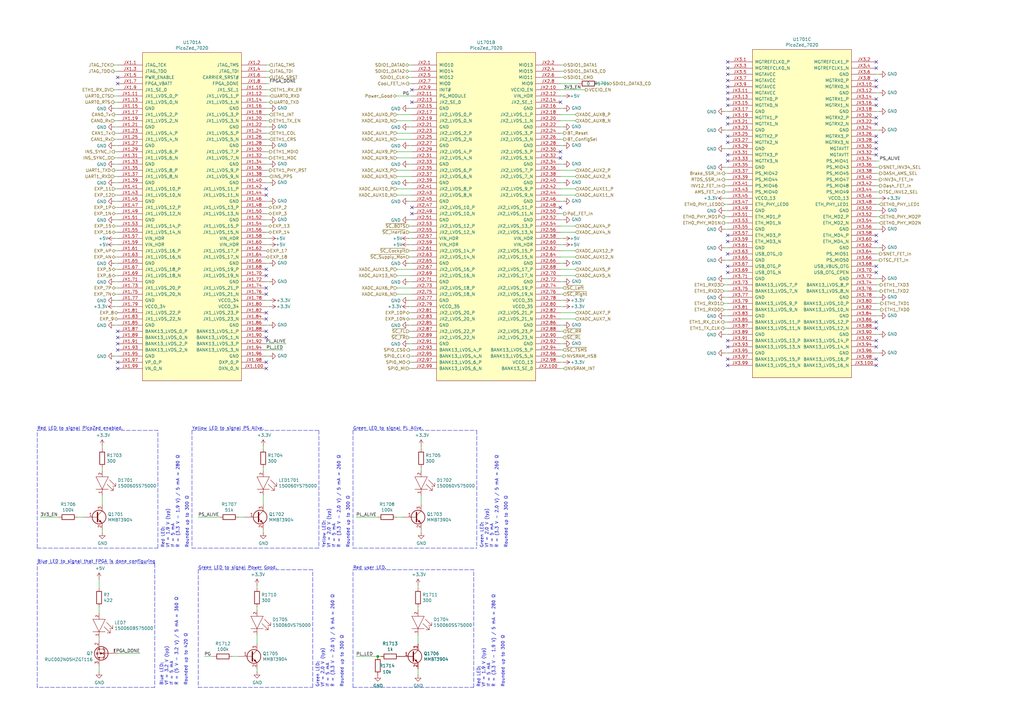
<source format=kicad_sch>
(kicad_sch (version 20231120) (generator "eeschema") (generator_version "8.0")
  (paper "A3")
  (title_block (title "Zynq-Based Master Controller") (date "2020-10-14") (rev "1.0") (company "JFH & SRM"))
  (junction (at 154.94 269.24))
  (no_connect (at 298.45 111.76))
  (no_connect (at 298.45 104.14))
  (no_connect (at 359.41 109.22))
  (no_connect (at 109.22 77.47))
  (no_connect (at 298.45 25.4))
  (no_connect (at 298.45 33.02))
  (no_connect (at 168.91 41.91))
  (no_connect (at 359.41 48.26))
  (no_connect (at 359.41 149.86))
  (no_connect (at 48.26 138.43))
  (no_connect (at 168.91 36.83))
  (no_connect (at 109.22 80.01))
  (no_connect (at 298.45 66.04))
  (no_connect (at 229.87 85.09))
  (no_connect (at 298.45 147.32))
  (no_connect (at 48.26 34.29))
  (no_connect (at 48.26 143.51))
  (no_connect (at 359.41 25.4))
  (no_connect (at 109.22 120.65))
  (no_connect (at 109.22 138.43))
  (no_connect (at 229.87 62.23))
  (no_connect (at 298.45 149.86))
  (no_connect (at 109.22 135.89))
  (no_connect (at 298.45 139.7))
  (no_connect (at 298.45 38.1))
  (no_connect (at 109.22 151.13))
  (no_connect (at 359.41 35.56))
  (no_connect (at 298.45 99.06))
  (no_connect (at 359.41 43.18))
  (no_connect (at 298.45 43.18))
  (no_connect (at 359.41 63.5))
  (no_connect (at 359.41 50.8))
  (no_connect (at 359.41 99.06))
  (no_connect (at 359.41 58.42))
  (no_connect (at 359.41 27.94))
  (no_connect (at 48.26 31.75))
  (no_connect (at 109.22 130.81))
  (no_connect (at 109.22 118.11))
  (no_connect (at 229.87 64.77))
  (no_connect (at 359.41 134.62))
  (no_connect (at 109.22 148.59))
  (no_connect (at 298.45 63.5))
  (no_connect (at 48.26 148.59))
  (no_connect (at 48.26 140.97))
  (no_connect (at 359.41 111.76))
  (no_connect (at 298.45 48.26))
  (no_connect (at 298.45 109.22))
  (no_connect (at 359.41 147.32))
  (no_connect (at 359.41 60.96))
  (no_connect (at 298.45 55.88))
  (no_connect (at 298.45 30.48))
  (no_connect (at 359.41 139.7))
  (no_connect (at 168.91 85.09))
  (no_connect (at 229.87 41.91))
  (no_connect (at 359.41 40.64))
  (no_connect (at 48.26 151.13))
  (no_connect (at 359.41 55.88))
  (no_connect (at 359.41 33.02))
  (no_connect (at 298.45 35.56))
  (no_connect (at 359.41 142.24))
  (no_connect (at 359.41 132.08))
  (no_connect (at 298.45 58.42))
  (no_connect (at 109.22 110.49))
  (no_connect (at 298.45 40.64))
  (no_connect (at 298.45 142.24))
  (no_connect (at 298.45 27.94))
  (no_connect (at 359.41 96.52))
  (no_connect (at 298.45 96.52))
  (no_connect (at 109.22 113.03))
  (no_connect (at 298.45 50.8))
  (no_connect (at 48.26 135.89))
  (no_connect (at 109.22 128.27))
  (no_connect (at 168.91 87.63))
  (wire (pts (xy 40.64 237.49) (xy 40.64 241.3)))
  (wire (pts (xy 229.87 92.71) (xy 235.966 92.71)))
  (wire (pts (xy 46.99 125.73) (xy 48.26 125.73)))
  (polyline (pts (xy 144.78 281.94) (xy 144.78 233.68)) (stroke (width 0) (type dash)))
  (wire (pts (xy 48.26 39.37) (xy 46.736 39.37)))
  (wire (pts (xy 105.41 241.3) (xy 105.41 240.03)))
  (wire (pts (xy 48.26 87.63) (xy 47.244 87.63)))
  (wire (pts (xy 167.64 44.45) (xy 168.91 44.45)))
  (wire (pts (xy 168.91 54.61) (xy 162.814 54.61)))
  (wire (pts (xy 167.64 90.17) (xy 168.91 90.17)))
  (wire (pts (xy 109.22 115.57) (xy 110.49 115.57)))
  (wire (pts (xy 171.45 250.19) (xy 171.45 248.92)))
  (wire (pts (xy 359.41 127) (xy 361.188 127)))
  (wire (pts (xy 168.91 49.53) (xy 162.814 49.53)))
  (polyline (pts (xy 128.27 281.94) (xy 128.27 233.68)) (stroke (width 0) (type dash)))
  (wire (pts (xy 109.22 59.69) (xy 110.49 59.69)))
  (polyline (pts (xy 195.58 176.53) (xy 195.58 224.79)) (stroke (width 0) (type dash)))
  (wire (pts (xy 48.26 85.09) (xy 47.244 85.09)))
  (wire (pts (xy 46.99 44.45) (xy 48.26 44.45)))
  (wire (pts (xy 168.91 120.65) (xy 162.814 120.65)))
  (polyline (pts (xy 15.24 224.79) (xy 64.77 224.79)) (stroke (width 0) (type dash)))
  (wire (pts (xy 231.14 26.67) (xy 229.87 26.67)))
  (wire (pts (xy 231.14 125.73) (xy 229.87 125.73)))
  (polyline (pts (xy 194.31 281.94) (xy 194.31 233.68)) (stroke (width 0) (type dash)))
  (polyline (pts (xy 144.78 224.79) (xy 195.58 224.79)) (stroke (width 0) (type dash)))
  (wire (pts (xy 109.22 95.25) (xy 110.236 95.25)))
  (wire (pts (xy 297.18 106.68) (xy 298.45 106.68)))
  (wire (pts (xy 167.894 92.71) (xy 168.91 92.71)))
  (wire (pts (xy 168.91 72.39) (xy 162.814 72.39)))
  (wire (pts (xy 229.87 115.57) (xy 231.14 115.57)))
  (wire (pts (xy 40.64 273.05) (xy 40.64 275.59)))
  (wire (pts (xy 297.18 83.82) (xy 298.45 83.82)))
  (wire (pts (xy 229.87 130.81) (xy 235.966 130.81)))
  (wire (pts (xy 48.26 92.71) (xy 47.244 92.71)))
  (wire (pts (xy 231.14 29.21) (xy 229.87 29.21)))
  (wire (pts (xy 360.68 76.2) (xy 359.41 76.2)))
  (wire (pts (xy 109.22 100.33) (xy 110.49 100.33)))
  (polyline (pts (xy 81.28 233.68) (xy 81.28 281.94)) (stroke (width 0) (type dash)))
  (wire (pts (xy 167.64 125.73) (xy 168.91 125.73)))
  (wire (pts (xy 48.26 72.39) (xy 46.99 72.39)))
  (wire (pts (xy 360.68 83.82) (xy 359.41 83.82)))
  (polyline (pts (xy 15.24 231.14) (xy 63.5 231.14)) (stroke (width 0) (type dash)))
  (polyline (pts (xy 78.74 176.53) (xy 130.81 176.53)) (stroke (width 0) (type dash)))
  (polyline (pts (xy 130.81 176.53) (xy 130.81 224.79)) (stroke (width 0) (type dash)))
  (wire (pts (xy 229.87 105.41) (xy 235.966 105.41)))
  (wire (pts (xy 97.79 269.24) (xy 95.25 269.24)))
  (wire (pts (xy 359.41 91.44) (xy 360.68 91.44)))
  (wire (pts (xy 298.45 134.62) (xy 296.926 134.62)))
  (wire (pts (xy 46.99 90.17) (xy 48.26 90.17)))
  (wire (pts (xy 231.14 123.19) (xy 229.87 123.19)))
  (wire (pts (xy 230.886 138.43) (xy 229.87 138.43)))
  (wire (pts (xy 167.894 138.43) (xy 168.91 138.43)))
  (wire (pts (xy 41.91 184.15) (xy 41.91 182.88)))
  (wire (pts (xy 168.91 118.11) (xy 162.814 118.11)))
  (wire (pts (xy 167.894 135.89) (xy 168.91 135.89)))
  (wire (pts (xy 107.95 217.17) (xy 107.95 218.44)))
  (wire (pts (xy 109.22 57.15) (xy 110.49 57.15)))
  (wire (pts (xy 229.87 39.37) (xy 231.14 39.37)))
  (wire (pts (xy 168.91 113.03) (xy 162.814 113.03)))
  (wire (pts (xy 109.22 97.79) (xy 110.49 97.79)))
  (polyline (pts (xy 63.5 231.14) (xy 63.5 281.94)) (stroke (width 0) (type dash)))
  (wire (pts (xy 109.22 92.71) (xy 110.236 92.71)))
  (wire (pts (xy 48.26 146.05) (xy 46.99 146.05)))
  (wire (pts (xy 48.26 118.11) (xy 47.244 118.11)))
  (wire (pts (xy 167.894 102.87) (xy 168.91 102.87)))
  (wire (pts (xy 109.22 39.37) (xy 110.744 39.37)))
  (wire (pts (xy 168.91 100.33) (xy 167.64 100.33)))
  (wire (pts (xy 165.1 212.09) (xy 162.56 212.09)))
  (wire (pts (xy 46.99 133.35) (xy 48.26 133.35)))
  (wire (pts (xy 298.45 127) (xy 296.926 127)))
  (wire (pts (xy 359.41 116.84) (xy 360.934 116.84)))
  (wire (pts (xy 167.64 31.75) (xy 168.91 31.75)))
  (wire (pts (xy 167.64 29.21) (xy 168.91 29.21)))
  (polyline (pts (xy 144.78 233.68) (xy 194.31 233.68)) (stroke (width 0) (type dash)))
  (wire (pts (xy 167.64 115.57) (xy 168.91 115.57)))
  (wire (pts (xy 297.18 93.98) (xy 298.45 93.98)))
  (wire (pts (xy 359.41 66.04) (xy 360.68 66.04)))
  (polyline (pts (xy 144.78 281.94) (xy 194.31 281.94)) (stroke (width 0) (type dash)))
  (wire (pts (xy 109.22 49.53) (xy 110.49 49.53)))
  (wire (pts (xy 229.87 151.13) (xy 231.14 151.13)))
  (wire (pts (xy 359.41 30.48) (xy 360.68 30.48)))
  (wire (pts (xy 167.64 133.35) (xy 168.91 133.35)))
  (wire (pts (xy 109.22 143.51) (xy 116.078 143.51)))
  (wire (pts (xy 229.87 95.25) (xy 235.966 95.25)))
  (wire (pts (xy 167.64 59.69) (xy 168.91 59.69)))
  (wire (pts (xy 48.26 113.03) (xy 47.244 113.03)))
  (wire (pts (xy 146.05 269.24) (xy 154.94 269.24)))
  (wire (pts (xy 146.05 212.09) (xy 154.94 212.09)))
  (wire (pts (xy 229.87 87.63) (xy 231.14 87.63)))
  (wire (pts (xy 359.41 86.36) (xy 360.68 86.36)))
  (polyline (pts (xy 15.24 176.53) (xy 64.77 176.53)) (stroke (width 0) (type dash)))
  (wire (pts (xy 109.22 107.95) (xy 110.49 107.95)))
  (wire (pts (xy 81.28 212.09) (xy 90.17 212.09)))
  (wire (pts (xy 167.64 123.19) (xy 168.91 123.19)))
  (wire (pts (xy 229.87 107.95) (xy 231.14 107.95)))
  (wire (pts (xy 359.41 124.46) (xy 361.188 124.46)))
  (wire (pts (xy 229.87 133.35) (xy 231.14 133.35)))
  (wire (pts (xy 168.91 57.15) (xy 162.814 57.15)))
  (wire (pts (xy 297.18 76.2) (xy 298.45 76.2)))
  (wire (pts (xy 110.49 125.73) (xy 109.22 125.73)))
  (wire (pts (xy 168.91 110.49) (xy 162.814 110.49)))
  (wire (pts (xy 298.45 119.38) (xy 296.926 119.38)))
  (wire (pts (xy 48.26 80.01) (xy 47.244 80.01)))
  (wire (pts (xy 297.18 91.44) (xy 298.45 91.44)))
  (wire (pts (xy 109.22 41.91) (xy 110.744 41.91)))
  (wire (pts (xy 168.91 69.85) (xy 162.814 69.85)))
  (wire (pts (xy 229.87 34.29) (xy 237.49 34.29)))
  (wire (pts (xy 46.99 49.53) (xy 48.26 49.53)))
  (wire (pts (xy 109.22 31.75) (xy 110.49 31.75)))
  (wire (pts (xy 48.26 69.85) (xy 46.99 69.85)))
  (wire (pts (xy 230.886 135.89) (xy 229.87 135.89)))
  (wire (pts (xy 231.14 148.59) (xy 229.87 148.59)))
  (wire (pts (xy 229.87 82.55) (xy 231.14 82.55)))
  (wire (pts (xy 167.894 148.59) (xy 168.91 148.59)))
  (wire (pts (xy 167.64 74.93) (xy 168.91 74.93)))
  (wire (pts (xy 229.87 140.97) (xy 231.14 140.97)))
  (wire (pts (xy 48.26 97.79) (xy 46.99 97.79)))
  (polyline (pts (xy 128.27 233.68) (xy 81.28 233.68)) (stroke (width 0) (type dash)))
  (wire (pts (xy 359.41 45.72) (xy 360.68 45.72)))
  (wire (pts (xy 48.26 105.41) (xy 47.244 105.41)))
  (wire (pts (xy 229.87 59.69) (xy 231.14 59.69)))
  (wire (pts (xy 168.91 97.79) (xy 167.64 97.79)))
  (wire (pts (xy 48.26 67.31) (xy 46.99 67.31)))
  (wire (pts (xy 48.26 57.15) (xy 46.99 57.15)))
  (wire (pts (xy 298.45 124.46) (xy 296.926 124.46)))
  (wire (pts (xy 109.22 67.31) (xy 110.49 67.31)))
  (wire (pts (xy 171.45 241.3) (xy 171.45 240.03)))
  (wire (pts (xy 229.87 67.31) (xy 231.14 67.31)))
  (wire (pts (xy 109.22 62.23) (xy 110.49 62.23)))
  (wire (pts (xy 297.18 129.54) (xy 298.45 129.54)))
  (wire (pts (xy 230.886 118.11) (xy 229.87 118.11)))
  (wire (pts (xy 168.91 62.23) (xy 162.814 62.23)))
  (wire (pts (xy 109.22 133.35) (xy 110.49 133.35)))
  (wire (pts (xy 109.22 85.09) (xy 110.236 85.09)))
  (wire (pts (xy 172.72 193.04) (xy 172.72 191.77)))
  (wire (pts (xy 229.87 36.83) (xy 240.03 36.83)))
  (wire (pts (xy 48.26 64.77) (xy 46.99 64.77)))
  (wire (pts (xy 230.886 120.65) (xy 229.87 120.65)))
  (wire (pts (xy 167.64 26.67) (xy 168.91 26.67)))
  (wire (pts (xy 172.72 184.15) (xy 172.72 182.88)))
  (wire (pts (xy 298.45 88.9) (xy 297.18 88.9)))
  (wire (pts (xy 48.26 54.61) (xy 46.99 54.61)))
  (wire (pts (xy 16.51 212.09) (xy 24.13 212.09)))
  (wire (pts (xy 229.87 44.45) (xy 231.14 44.45)))
  (wire (pts (xy 105.41 274.32) (xy 105.41 275.59)))
  (wire (pts (xy 360.68 78.74) (xy 359.41 78.74)))
  (wire (pts (xy 41.91 207.01) (xy 41.91 203.2)))
  (wire (pts (xy 48.26 62.23) (xy 46.99 62.23)))
  (wire (pts (xy 109.22 52.07) (xy 110.49 52.07)))
  (wire (pts (xy 105.41 250.19) (xy 105.41 248.92)))
  (wire (pts (xy 168.91 80.01) (xy 162.814 80.01)))
  (wire (pts (xy 168.91 77.47) (xy 162.814 77.47)))
  (wire (pts (xy 109.22 146.05) (xy 110.49 146.05)))
  (wire (pts (xy 48.26 52.07) (xy 46.99 52.07)))
  (wire (pts (xy 245.11 34.29) (xy 249.682 34.29)))
  (wire (pts (xy 229.87 80.01) (xy 235.966 80.01)))
  (wire (pts (xy 297.18 101.6) (xy 298.45 101.6)))
  (wire (pts (xy 168.91 128.27) (xy 167.894 128.27)))
  (wire (pts (xy 46.99 74.93) (xy 48.26 74.93)))
  (wire (pts (xy 168.91 64.77) (xy 162.814 64.77)))
  (wire (pts (xy 46.99 82.55) (xy 48.26 82.55)))
  (wire (pts (xy 110.49 64.77) (xy 109.22 64.77)))
  (wire (pts (xy 172.72 217.17) (xy 172.72 218.44)))
  (wire (pts (xy 48.26 77.47) (xy 47.244 77.47)))
  (wire (pts (xy 297.18 73.66) (xy 298.45 73.66)))
  (wire (pts (xy 109.22 26.67) (xy 110.49 26.67)))
  (wire (pts (xy 110.49 72.39) (xy 109.22 72.39)))
  (wire (pts (xy 359.41 106.68) (xy 360.68 106.68)))
  (wire (pts (xy 231.14 57.15) (xy 229.87 57.15)))
  (polyline (pts (xy 15.24 281.94) (xy 15.24 231.14)) (stroke (width 0) (type dash)))
  (wire (pts (xy 107.95 207.01) (xy 107.95 203.2)))
  (wire (pts (xy 48.26 29.21) (xy 46.736 29.21)))
  (wire (pts (xy 168.91 151.13) (xy 167.894 151.13)))
  (wire (pts (xy 297.18 60.96) (xy 298.45 60.96)))
  (wire (pts (xy 359.41 114.3) (xy 360.68 114.3)))
  (wire (pts (xy 154.94 269.24) (xy 156.21 269.24)))
  (polyline (pts (xy 63.5 281.94) (xy 15.24 281.94)) (stroke (width 0) (type dash)))
  (wire (pts (xy 109.22 36.83) (xy 110.744 36.83)))
  (wire (pts (xy 48.26 115.57) (xy 46.99 115.57)))
  (wire (pts (xy 297.18 137.16) (xy 298.45 137.16)))
  (wire (pts (xy 167.64 82.55) (xy 168.91 82.55)))
  (wire (pts (xy 297.18 144.78) (xy 298.45 144.78)))
  (wire (pts (xy 229.87 113.03) (xy 235.966 113.03)))
  (wire (pts (xy 83.82 269.24) (xy 87.63 269.24)))
  (wire (pts (xy 110.49 29.21) (xy 109.22 29.21)))
  (wire (pts (xy 109.22 46.99) (xy 110.49 46.99)))
  (wire (pts (xy 48.26 36.83) (xy 46.736 36.83)))
  (wire (pts (xy 109.22 44.45) (xy 110.49 44.45)))
  (wire (pts (xy 360.68 68.58) (xy 359.41 68.58)))
  (polyline (pts (xy 144.78 176.53) (xy 144.78 224.79)) (stroke (width 0) (type dash)))
  (polyline (pts (xy 78.74 224.79) (xy 130.81 224.79)) (stroke (width 0) (type dash)))
  (wire (pts (xy 41.91 217.17) (xy 41.91 218.44)))
  (wire (pts (xy 297.18 71.12) (xy 298.45 71.12)))
  (wire (pts (xy 297.18 86.36) (xy 298.45 86.36)))
  (wire (pts (xy 41.91 193.04) (xy 41.91 191.77)))
  (polyline (pts (xy 15.24 224.79) (xy 15.24 176.53)) (stroke (width 0) (type dash)))
  (wire (pts (xy 46.99 107.95) (xy 48.26 107.95)))
  (wire (pts (xy 359.41 129.54) (xy 360.68 129.54)))
  (wire (pts (xy 167.894 95.25) (xy 168.91 95.25)))
  (wire (pts (xy 229.87 52.07) (xy 231.14 52.07)))
  (wire (pts (xy 109.22 54.61) (xy 110.49 54.61)))
  (wire (pts (xy 231.14 31.75) (xy 229.87 31.75)))
  (wire (pts (xy 172.72 207.01) (xy 172.72 203.2)))
  (wire (pts (xy 297.18 78.74) (xy 298.45 78.74)))
  (wire (pts (xy 360.68 81.28) (xy 359.41 81.28)))
  (wire (pts (xy 162.56 39.37) (xy 168.91 39.37)))
  (wire (pts (xy 105.41 264.16) (xy 105.41 260.35)))
  (wire (pts (xy 359.41 121.92) (xy 360.68 121.92)))
  (wire (pts (xy 359.41 53.34) (xy 360.68 53.34)))
  (wire (pts (xy 167.64 52.07) (xy 168.91 52.07)))
  (wire (pts (xy 229.87 90.17) (xy 231.14 90.17)))
  (polyline (pts (xy 144.78 176.53) (xy 195.58 176.53)) (stroke (width 0) (type dash)))
  (wire (pts (xy 229.87 100.33) (xy 231.14 100.33)))
  (wire (pts (xy 359.41 101.6) (xy 360.68 101.6)))
  (wire (pts (xy 231.14 54.61) (xy 229.87 54.61)))
  (wire (pts (xy 297.18 53.34) (xy 298.45 53.34)))
  (wire (pts (xy 109.22 87.63) (xy 110.236 87.63)))
  (wire (pts (xy 229.87 46.99) (xy 235.966 46.99)))
  (wire (pts (xy 110.49 69.85) (xy 109.22 69.85)))
  (wire (pts (xy 229.87 102.87) (xy 235.966 102.87)))
  (wire (pts (xy 359.41 144.78) (xy 360.68 144.78)))
  (polyline (pts (xy 64.77 224.79) (xy 64.77 176.53)) (stroke (width 0) (type dash)))
  (wire (pts (xy 109.22 34.29) (xy 110.49 34.29)))
  (wire (pts (xy 167.64 140.97) (xy 168.91 140.97)))
  (wire (pts (xy 168.91 130.81) (xy 167.894 130.81)))
  (wire (pts (xy 34.29 212.09) (xy 31.75 212.09)))
  (wire (pts (xy 46.736 26.67) (xy 48.26 26.67)))
  (wire (pts (xy 229.87 128.27) (xy 235.966 128.27)))
  (wire (pts (xy 229.87 97.79) (xy 231.14 97.79)))
  (polyline (pts (xy 81.28 281.94) (xy 128.27 281.94)) (stroke (width 0) (type dash)))
  (wire (pts (xy 229.87 146.05) (xy 230.886 146.05)))
  (wire (pts (xy 229.87 69.85) (xy 235.966 69.85)))
  (wire (pts (xy 229.87 110.49) (xy 235.966 110.49)))
  (wire (pts (xy 167.64 67.31) (xy 168.91 67.31)))
  (wire (pts (xy 48.26 120.65) (xy 47.244 120.65)))
  (wire (pts (xy 298.45 116.84) (xy 296.926 116.84)))
  (wire (pts (xy 359.41 119.38) (xy 360.934 119.38)))
  (wire (pts (xy 107.95 184.15) (xy 107.95 182.88)))
  (wire (pts (xy 48.26 267.97) (xy 57.404 267.97)))
  (wire (pts (xy 48.26 95.25) (xy 47.244 95.25)))
  (wire (pts (xy 359.41 137.16) (xy 360.68 137.16)))
  (wire (pts (xy 167.894 105.41) (xy 168.91 105.41)))
  (wire (pts (xy 100.33 212.09) (xy 97.79 212.09)))
  (wire (pts (xy 359.41 93.98) (xy 360.68 93.98)))
  (wire (pts (xy 360.68 71.12) (xy 359.41 71.12)))
  (wire (pts (xy 48.26 41.91) (xy 46.736 41.91)))
  (wire (pts (xy 171.45 274.32) (xy 171.45 276.86)))
  (wire (pts (xy 230.886 143.51) (xy 229.87 143.51)))
  (wire (pts (xy 168.91 46.99) (xy 162.814 46.99)))
  (wire (pts (xy 171.45 264.16) (xy 171.45 260.35)))
  (wire (pts (xy 167.894 143.51) (xy 168.91 143.51)))
  (wire (pts (xy 297.18 45.72) (xy 298.45 45.72)))
  (wire (pts (xy 297.18 121.92) (xy 298.45 121.92)))
  (wire (pts (xy 46.99 123.19) (xy 48.26 123.19)))
  (wire (pts (xy 359.41 104.14) (xy 360.68 104.14)))
  (wire (pts (xy 229.87 77.47) (xy 235.966 77.47)))
  (wire (pts (xy 168.91 146.05) (xy 167.894 146.05)))
  (wire (pts (xy 360.68 88.9) (xy 359.41 88.9)))
  (wire (pts (xy 360.68 73.66) (xy 359.41 73.66)))
  (wire (pts (xy 167.64 107.95) (xy 168.91 107.95)))
  (wire (pts (xy 359.41 38.1) (xy 360.68 38.1)))
  (wire (pts (xy 297.18 114.3) (xy 298.45 114.3)))
  (wire (pts (xy 48.26 110.49) (xy 47.244 110.49)))
  (wire (pts (xy 107.95 193.04) (xy 107.95 191.77)))
  (wire (pts (xy 46.99 59.69) (xy 48.26 59.69)))
  (wire (pts (xy 296.926 132.08) (xy 298.45 132.08)))
  (wire (pts (xy 48.26 102.87) (xy 47.244 102.87)))
  (wire (pts (xy 40.64 262.89) (xy 40.64 261.62)))
  (wire (pts (xy 109.22 140.97) (xy 117.348 140.97)))
  (wire (pts (xy 297.18 68.58) (xy 298.45 68.58)))
  (wire (pts (xy 229.87 74.93) (xy 231.14 74.93)))
  (wire (pts (xy 109.22 74.93) (xy 110.49 74.93)))
  (wire (pts (xy 168.91 34.29) (xy 167.64 34.29)))
  (wire (pts (xy 110.49 123.19) (xy 109.22 123.19)))
  (polyline (pts (xy 78.74 176.53) (xy 78.74 224.79)) (stroke (width 0) (type dash)))
  (wire (pts (xy 297.18 81.28) (xy 298.45 81.28)))
  (wire (pts (xy 109.22 90.17) (xy 110.49 90.17)))
  (wire (pts (xy 48.26 100.33) (xy 46.99 100.33)))
  (wire (pts (xy 229.87 49.53) (xy 235.966 49.53)))
  (wire (pts (xy 109.22 82.55) (xy 110.49 82.55)))
  (wire (pts (xy 46.99 46.99) (xy 48.26 46.99)))
  (wire (pts (xy 40.64 248.92) (xy 40.64 251.46)))
  (wire (pts (xy 229.87 72.39) (xy 235.966 72.39)))
  (text "Rounded up to 300 Ω" (at 208.28 224.79 90) (effects (font (size 1.27 1.27)) (justify left bottom)))
  (text "Green LED:\nVf = 2.0 V (typ)\nIf = 5 mA\nR = (3.3 V - 2.0 V) / 5 mA = 260 Ω" (at 137.16 281.94 90) (effects (font (size 1.27 1.27)) (justify left bottom)))
  (text "Rounded up to 300 Ω" (at 207.01 281.94 90) (effects (font (size 1.27 1.27)) (justify left bottom)))
  (text "Yellow LED:\nVf = 2.0 V (typ)\nIf = 5 mA\nR = (3.3 V - 2.0 V) / 5 mA = 260 Ω" (at 139.7 224.79 90) (effects (font (size 1.27 1.27)) (justify left bottom)))
  (text "Yellow LED to signal PS Alive." (at 78.74 176.53 0) (effects (font (size 1.27 1.27)) (justify left bottom)))
  (text "Green LED:\nVf = 2.0 V (typ)\nIf = 5 mA\nR = (3.3 V - 2.0 V) / 5 mA = 260 Ω" (at 204.47 224.79 90) (effects (font (size 1.27 1.27)) (justify left bottom)))
  (text "Red user LED." (at 144.78 233.68 0) (effects (font (size 1.27 1.27)) (justify left bottom)))
  (text "Rounded up to 420 Ω" (at 76.962 281.178 90) (effects (font (size 1.27 1.27)) (justify left bottom)))
  (text "Rounded up to 300 Ω" (at 140.97 281.94 90) (effects (font (size 1.27 1.27)) (justify left bottom)))
  (text "Red LED:\nVf = 1.9 V (typ)\nIf = 5 mA\nR = (3.3 V - 1.9 V) / 5 mA = 280 Ω" (at 203.2 281.94 90) (effects (font (size 1.27 1.27)) (justify left bottom)))
  (text "Red LED:\nVf = 1.9 V (typ)\nIf = 5 mA\nR = (3.3 V - 1.9 V) / 5 mA = 280 Ω" (at 73.66 224.79 90) (effects (font (size 1.27 1.27)) (justify left bottom)))
  (text "Blue LED to signal that FPGA is done configuring" (at 15.24 231.14 0) (effects (font (size 1.27 1.27)) (justify left bottom)))
  (text "Green LED to signal Power Good." (at 81.28 233.68 0) (effects (font (size 1.27 1.27)) (justify left bottom)))
  (text "Blue LED:\nVf = 3.2 V (typ)\nIf = 5 mA\nR = (5 V - 3.2 V) / 5 mA = 360 Ω" (at 73.152 281.178 90) (effects (font (size 1.27 1.27)) (justify left bottom)))
  (text "Red LED to signal PicoZed enabled." (at 15.24 176.53 0) (effects (font (size 1.27 1.27)) (justify left bottom)))
  (text "Green LED to signal PL Alive." (at 144.78 176.53 0) (effects (font (size 1.27 1.27)) (justify left bottom)))
  (text "Rounded up to 300 Ω" (at 143.51 224.79 90) (effects (font (size 1.27 1.27)) (justify left bottom)))
  (text "Rounded up to 300 Ω" (at 77.47 224.79 90) (effects (font (size 1.27 1.27)) (justify left bottom)))
  (label "FPGA_DONE" (at 110.49 34.29 0))
  (label "FPGA_DONE" (at 57.404 267.97 180))
  (label "PG" (at 165.1 39.37 0))
  (label "3V3_EN" (at 16.51 212.09 0))
  (label "PL_LED" (at 146.05 269.24 0))
  (label "PS_ALIVE" (at 81.28 212.09 0))
  (label "PL_ALIVE" (at 146.05 212.09 0))
  (label "PL_ALIVE" (at 117.348 140.97 180))
  (label "PG" (at 83.82 269.24 0))
  (label "PS_ALIVE" (at 360.68 66.04 0))
  (label "3V3_EN" (at 231.14 36.83 0))
  (label "PL_LED" (at 116.078 143.51 180))
  (hierarchical_label "BT_ConfigSel" (shape output) (at 231.14 57.15 0))
  (hierarchical_label "SDIO1_DATA3_CD" (shape bidirectional) (at 231.14 29.21 0))
  (hierarchical_label "XADC_AUX12_N" (shape input) (at 235.966 105.41 0))
  (hierarchical_label "UART0_RTS" (shape output) (at 46.736 41.91 180))
  (hierarchical_label "SDIO1_DATA2" (shape bidirectional) (at 167.64 29.21 180))
  (hierarchical_label "XADC_AUX2_P" (shape input) (at 235.966 69.85 0))
  (hierarchical_label "EXP_1P" (shape bidirectional) (at 47.244 85.09 180))
  (hierarchical_label "ETH1_RX_CLK" (shape output) (at 296.926 132.08 180))
  (hierarchical_label "TSC_FET_In" (shape output) (at 360.68 106.68 0))
  (hierarchical_label "XADC_AUX3_P" (shape input) (at 162.814 69.85 180))
  (hierarchical_label "XADC_AUX11_N" (shape input) (at 235.966 80.01 0))
  (hierarchical_label "NVSRAM_HSB" (shape output) (at 230.886 146.05 0))
  (hierarchical_label "CAN0_Rx" (shape input) (at 46.99 49.53 180))
  (hierarchical_label "XADC_AUX0_N" (shape input) (at 162.814 49.53 180))
  (hierarchical_label "EXP_17" (shape bidirectional) (at 109.22 102.87 0))
  (hierarchical_label "INV34_FET_In" (shape output) (at 360.68 73.66 0))
  (hierarchical_label "ETH1_TXD3" (shape output) (at 360.934 116.84 0))
  (hierarchical_label "SDIO1_DATA1" (shape bidirectional) (at 231.14 26.67 0))
  (hierarchical_label "EXP_11" (shape input) (at 47.244 77.47 180))
  (hierarchical_label "ETH0_PHY_MD1P" (shape output) (at 297.18 88.9 180))
  (hierarchical_label "SDIO1_DATA3_CD" (shape bidirectional) (at 249.682 34.29 0))
  (hierarchical_label "~{SC_Supply_Mon}" (shape input) (at 167.894 105.41 180))
  (hierarchical_label "SPI0_CLK" (shape output) (at 167.894 146.05 180))
  (hierarchical_label "SPI0_CS0" (shape output) (at 167.894 143.51 180))
  (hierarchical_label "EXP_5" (shape bidirectional) (at 47.244 110.49 180))
  (hierarchical_label "EXP_14" (shape bidirectional) (at 110.236 95.25 0))
  (hierarchical_label "XADC_AUX9_P" (shape input) (at 162.814 62.23 180))
  (hierarchical_label "EXP_7P" (shape bidirectional) (at 47.244 118.11 180))
  (hierarchical_label "JTAG_TDI" (shape input) (at 110.49 29.21 0))
  (hierarchical_label "EXP_2" (shape bidirectional) (at 110.236 85.09 0))
  (hierarchical_label "UART1_TXD" (shape output) (at 46.99 69.85 180))
  (hierarchical_label "UART1_RXD" (shape input) (at 46.99 72.39 180))
  (hierarchical_label "ETH1_RX_DV" (shape input) (at 46.736 36.83 180))
  (hierarchical_label "JTAG_TDO" (shape output) (at 46.736 29.21 180))
  (hierarchical_label "XADC_AUX9_N" (shape input) (at 162.814 64.77 180))
  (hierarchical_label "EXP_16" (shape bidirectional) (at 47.244 95.25 180))
  (hierarchical_label "XADC_AUX10_P" (shape input) (at 162.814 77.47 180))
  (hierarchical_label "XADC_AUX2_N" (shape input) (at 235.966 72.39 0))
  (hierarchical_label "EXP_8" (shape bidirectional) (at 48.26 128.27 180))
  (hierarchical_label "XADC_AUX8_P" (shape input) (at 235.966 46.99 0))
  (hierarchical_label "INS_SYNC_O" (shape input) (at 46.99 64.77 180))
  (hierarchical_label "RTDS_SSR_In" (shape output) (at 297.18 73.66 180))
  (hierarchical_label "Power_Good" (shape bidirectional) (at 162.56 39.37 180))
  (hierarchical_label "ETH0_PHY_MD2N" (shape input) (at 360.68 91.44 0))
  (hierarchical_label "XADC_AUX11_P" (shape input) (at 235.966 77.47 0))
  (hierarchical_label "EXP_13" (shape bidirectional) (at 110.236 92.71 0))
  (hierarchical_label "~{SC_Cockpit}" (shape input) (at 167.894 102.87 180))
  (hierarchical_label "ETH1_RXD3" (shape input) (at 296.926 116.84 180))
  (hierarchical_label "EXP_6" (shape bidirectional) (at 47.244 113.03 180))
  (hierarchical_label "ETH1_TXD1" (shape output) (at 361.188 124.46 0))
  (hierarchical_label "SPI0_MI" (shape input) (at 167.894 151.13 180))
  (hierarchical_label "EXP_18" (shape bidirectional) (at 109.22 105.41 0))
  (hierarchical_label "~{SC_RL}" (shape input) (at 230.886 138.43 0))
  (hierarchical_label "ETH1_RXD0" (shape input) (at 296.926 127 180))
  (hierarchical_label "XADC_AUX7_N" (shape input) (at 235.966 130.81 0))
  (hierarchical_label "~{SC_Right}" (shape input) (at 230.886 120.65 0))
  (hierarchical_label "JTAG_TCK" (shape input) (at 46.736 26.67 180))
  (hierarchical_label "XADC_AUX13_P" (shape input) (at 162.814 110.49 180))
  (hierarchical_label "XADC_AUX6_P" (shape input) (at 162.814 118.11 180))
  (hierarchical_label "XADC_AUX7_P" (shape input) (at 235.966 128.27 0))
  (hierarchical_label "CAN0_Tx" (shape output) (at 46.99 46.99 180))
  (hierarchical_label "SDIO1_CLK" (shape bidirectional) (at 167.64 31.75 180))
  (hierarchical_label "INS_PPS" (shape input) (at 110.49 72.39 0))
  (hierarchical_label "ETH0_PHY_LED1" (shape input) (at 360.68 83.82 0))
  (hierarchical_label "ETH1_RXD1" (shape input) (at 296.926 124.46 180))
  (hierarchical_label "XADC_AUX3_N" (shape input) (at 162.814 72.39 180))
  (hierarchical_label "JTAG_TMS" (shape input) (at 110.49 26.67 0))
  (hierarchical_label "UART0_RXD" (shape input) (at 110.744 39.37 0))
  (hierarchical_label "EXP_7N" (shape bidirectional) (at 47.244 120.65 180))
  (hierarchical_label "XADC_AUX12_P" (shape input) (at 235.966 102.87 0))
  (hierarchical_label "JTAG_SRST" (shape input) (at 110.49 31.75 0))
  (hierarchical_label "XADC_AUX4_P" (shape input) (at 235.966 92.71 0))
  (hierarchical_label "XADC_AUX1_P" (shape input) (at 162.814 54.61 180))
  (hierarchical_label "ETH1_INT" (shape input) (at 110.49 46.99 0))
  (hierarchical_label "INV12_FET_In" (shape output) (at 297.18 76.2 180))
  (hierarchical_label "ETH1_RXD2" (shape input) (at 296.926 119.38 180))
  (hierarchical_label "XADC_AUX6_N" (shape input) (at 162.814 120.65 180))
  (hierarchical_label "ETH1_RX_ER" (shape input) (at 110.744 36.83 0))
  (hierarchical_label "DASH_AMS_SEL" (shape output) (at 360.68 71.12 0))
  (hierarchical_label "VCCIO_EN" (shape output) (at 240.03 36.83 0))
  (hierarchical_label "SNET_FET_In" (shape output) (at 360.68 104.14 0))
  (hierarchical_label "EXP_4P" (shape bidirectional) (at 47.244 102.87 180))
  (hierarchical_label "XADC_AUX13_N" (shape input) (at 162.814 113.03 180))
  (hierarchical_label "SPI0_MO" (shape output) (at 167.894 148.59 180))
  (hierarchical_label "XADC_AUX4_N" (shape input) (at 235.966 95.25 0))
  (hierarchical_label "SDIO1_DATA0" (shape bidirectional) (at 167.64 26.67 180))
  (hierarchical_label "TSC_INV12_SEL" (shape output) (at 360.68 78.74 0))
  (hierarchical_label "NVSRAM_INT" (shape input) (at 231.14 151.13 0))
  (hierarchical_label "XADC_AUX5_P" (shape input) (at 235.966 110.49 0))
  (hierarchical_label "~{SC_FR}" (shape input) (at 167.894 138.43 180))
  (hierarchical_label "ETH1_MDIO" (shape output) (at 110.49 62.23 0))
  (hierarchical_label "XADC_AUX8_N" (shape input) (at 235.966 49.53 0))
  (hierarchical_label "INS_SYNC_I" (shape output) (at 46.99 62.23 180))
  (hierarchical_label "ETH1_MDC" (shape output) (at 110.49 64.77 0))
  (hierarchical_label "EXP_10P" (shape bidirectional) (at 167.894 128.27 180))
  (hierarchical_label "~{SC_Inertia}" (shape input) (at 167.894 95.25 180))
  (hierarchical_label "CAN1_Tx" (shape output) (at 46.99 54.61 180))
  (hierarchical_label "EXP_10N" (shape bidirectional) (at 167.894 130.81 180))
  (hierarchical_label "ETH1_TXD2" (shape output) (at 360.934 119.38 0))
  (hierarchical_label "EXP_4N" (shape bidirectional) (at 47.244 105.41 180))
  (hierarchical_label "UART0_TXD" (shape output) (at 110.744 41.91 0))
  (hierarchical_label "~{SC_Left}" (shape input) (at 230.886 118.11 0))
  (hierarchical_label "UART0_CTS" (shape input) (at 46.736 39.37 180))
  (hierarchical_label "ETH1_COL" (shape input) (at 110.49 54.61 0))
  (hierarchical_label "BT_Reset" (shape output) (at 231.14 54.61 0))
  (hierarchical_label "ETH1_PHY_RST" (shape output) (at 110.49 69.85 0))
  (hierarchical_label "XADC_AUX1_N" (shape input) (at 162.814 57.15 180))
  (hierarchical_label "ETH0_PHY_LED0" (shape input) (at 297.18 83.82 180))
  (hierarchical_label "XADC_AUX0_P" (shape input) (at 162.814 46.99 180))
  (hierarchical_label "~{SC_RR}" (shape input) (at 230.886 135.89 0))
  (hierarchical_label "CAN1_Rx" (shape input) (at 46.99 57.15 180))
  (hierarchical_label "AMS_FET_In" (shape output) (at 297.18 78.74 180))
  (hierarchical_label "ETH1_TX_EN" (shape output) (at 110.49 49.53 0))
  (hierarchical_label "EXP_12" (shape input) (at 47.244 80.01 180))
  (hierarchical_label "~{SC_BOTS}" (shape input) (at 167.894 92.71 180))
  (hierarchical_label "SNET_INV34_SEL" (shape output) (at 360.68 68.58 0))
  (hierarchical_label "ETH0_PHY_MD2P" (shape input) (at 360.68 88.9 0))
  (hierarchical_label "ETH0_PHY_MD1N" (shape output) (at 297.18 91.44 180))
  (hierarchical_label "EXP_3" (shape bidirectional) (at 110.236 87.63 0))
  (hierarchical_label "Cool_FET_In" (shape output) (at 167.64 34.29 180))
  (hierarchical_label "PoE_FET_In" (shape output) (at 231.14 87.63 0))
  (hierarchical_label "~{SC_TSMS}" (shape input) (at 230.886 143.51 0))
  (hierarchical_label "EXP_1N" (shape bidirectional) (at 47.244 87.63 180))
  (hierarchical_label "XADC_AUX10_N" (shape input) (at 162.814 80.01 180))
  (hierarchical_label "EXP_9" (shape bidirectional) (at 48.26 130.81 180))
  (hierarchical_label "SDIO1_CMD" (shape bidirectional) (at 231.14 31.75 0))
  (hierarchical_label "XADC_AUX5_N" (shape input) (at 235.966 113.03 0))
  (hierarchical_label "Dash_FET_In" (shape output) (at 360.68 76.2 0))
  (hierarchical_label "ETH1_TXD0" (shape output) (at 361.188 127 0))
  (hierarchical_label "ETH1_TX_CLK" (shape output) (at 296.926 134.62 180))
  (hierarchical_label "ETH1_CRS" (shape input) (at 110.49 57.15 0))
  (hierarchical_label "EXP_15" (shape bidirectional) (at 47.244 92.71 180))
  (hierarchical_label "~{SC_FL}" (shape input) (at 167.894 135.89 180))
  (hierarchical_label "Brake_SSR_In" (shape output) (at 297.18 71.12 180))
  (symbol (lib_id "Vikings_misc:PicoZed_7020") (at 328.93 87.63 0) (unit 3)
    (property "Reference" "U1701" (at 328.93 16.129 0))
    (property "Value" "PicoZed_7020" (at 328.93 18.4404 0))
    (property "Footprint" "Vikings_devices:PicoZed_7010-7020_Complete" (effects (hide yes)))
  )
  (symbol (lib_id "Vikings_misc:PicoZed_7020") (at 199.39 88.9 0) (unit 2)
    (property "Reference" "U1701" (at 199.39 17.399 0))
    (property "Value" "PicoZed_7020" (at 199.39 19.7104 0))
    (property "Footprint" "Vikings_devices:PicoZed_7010-7020_Complete" (effects (hide yes)))
  )
  (symbol (lib_id "Vikings_misc:PicoZed_7020") (at 78.74 88.9 0) (unit 1)
    (property "Reference" "U1701" (at 78.74 17.399 0))
    (property "Value" "PicoZed_7020" (at 78.74 19.7104 0))
    (property "Footprint" "Vikings_devices:PicoZed_7010-7020_Complete" (effects (hide yes)))
  )
  (symbol (lib_id "power:GND") (at 110.49 44.45 90) (unit 1)
    (property "Reference" "#PWR0214" (effects (hide yes)))
    (property "Value" "GND" (at 113.7412 44.323 90) (effects (justify right)))
  )
  (symbol (lib_id "power:GND") (at 46.99 44.45 270) (unit 1)
    (property "Reference" "#PWR0215" (effects (hide yes)))
    (property "Value" "GND" (at 43.7388 44.577 90) (effects (justify right)))
  )
  (symbol (lib_id "power:GND") (at 46.99 52.07 270) (unit 1)
    (property "Reference" "#PWR0216" (effects (hide yes)))
    (property "Value" "GND" (at 43.7388 52.197 90) (effects (justify right)))
  )
  (symbol (lib_id "power:GND") (at 46.99 59.69 270) (unit 1)
    (property "Reference" "#PWR0217" (effects (hide yes)))
    (property "Value" "GND" (at 43.7388 59.817 90) (effects (justify right)))
  )
  (symbol (lib_id "power:GND") (at 46.99 67.31 270) (unit 1)
    (property "Reference" "#PWR0218" (effects (hide yes)))
    (property "Value" "GND" (at 43.7388 67.437 90) (effects (justify right)))
  )
  (symbol (lib_id "power:GND") (at 46.99 74.93 270) (unit 1)
    (property "Reference" "#PWR0219" (effects (hide yes)))
    (property "Value" "GND" (at 43.7388 75.057 90) (effects (justify right)))
  )
  (symbol (lib_id "power:GND") (at 46.99 82.55 270) (unit 1)
    (property "Reference" "#PWR0220" (effects (hide yes)))
    (property "Value" "GND" (at 43.7388 82.677 90) (effects (justify right)))
  )
  (symbol (lib_id "power:GND") (at 46.99 90.17 270) (unit 1)
    (property "Reference" "#PWR0221" (effects (hide yes)))
    (property "Value" "GND" (at 43.7388 90.297 90) (effects (justify right)))
  )
  (symbol (lib_id "power:GND") (at 46.99 107.95 270) (unit 1)
    (property "Reference" "#PWR0222" (effects (hide yes)))
    (property "Value" "GND" (at 43.7388 108.077 90) (effects (justify right)))
  )
  (symbol (lib_id "power:GND") (at 46.99 115.57 270) (unit 1)
    (property "Reference" "#PWR0223" (effects (hide yes)))
    (property "Value" "GND" (at 43.7388 115.697 90) (effects (justify right)))
  )
  (symbol (lib_id "power:GND") (at 46.99 123.19 270) (unit 1)
    (property "Reference" "#PWR0224" (effects (hide yes)))
    (property "Value" "GND" (at 43.7388 123.317 90) (effects (justify right)))
  )
  (symbol (lib_id "power:GND") (at 46.99 133.35 270) (unit 1)
    (property "Reference" "#PWR0225" (effects (hide yes)))
    (property "Value" "GND" (at 43.7388 133.477 90) (effects (justify right)))
  )
  (symbol (lib_id "power:GND") (at 46.99 146.05 270) (unit 1)
    (property "Reference" "#PWR0226" (effects (hide yes)))
    (property "Value" "GND" (at 43.7388 146.177 90) (effects (justify right)))
  )
  (symbol (lib_id "power:GND") (at 110.49 146.05 90) (unit 1)
    (property "Reference" "#PWR0227" (effects (hide yes)))
    (property "Value" "GND" (at 113.7412 145.923 90) (effects (justify right)))
  )
  (symbol (lib_id "power:GND") (at 110.49 133.35 90) (unit 1)
    (property "Reference" "#PWR0228" (effects (hide yes)))
    (property "Value" "GND" (at 113.7412 133.223 90) (effects (justify right)))
  )
  (symbol (lib_id "power:GND") (at 110.49 115.57 90) (unit 1)
    (property "Reference" "#PWR0229" (effects (hide yes)))
    (property "Value" "GND" (at 113.7412 115.443 90) (effects (justify right)))
  )
  (symbol (lib_id "power:GND") (at 110.49 107.95 90) (unit 1)
    (property "Reference" "#PWR0230" (effects (hide yes)))
    (property "Value" "GND" (at 113.7412 107.823 90) (effects (justify right)))
  )
  (symbol (lib_id "power:GND") (at 110.49 90.17 90) (unit 1)
    (property "Reference" "#PWR0231" (effects (hide yes)))
    (property "Value" "GND" (at 113.7412 90.043 90) (effects (justify right)))
  )
  (symbol (lib_id "power:GND") (at 110.49 82.55 90) (unit 1)
    (property "Reference" "#PWR0232" (effects (hide yes)))
    (property "Value" "GND" (at 113.7412 82.423 90) (effects (justify right)))
  )
  (symbol (lib_id "power:GND") (at 110.49 74.93 90) (unit 1)
    (property "Reference" "#PWR0233" (effects (hide yes)))
    (property "Value" "GND" (at 113.7412 74.803 90) (effects (justify right)))
  )
  (symbol (lib_id "power:GND") (at 110.49 67.31 90) (unit 1)
    (property "Reference" "#PWR0234" (effects (hide yes)))
    (property "Value" "GND" (at 113.7412 67.183 90) (effects (justify right)))
  )
  (symbol (lib_id "power:GND") (at 110.49 59.69 90) (unit 1)
    (property "Reference" "#PWR0235" (effects (hide yes)))
    (property "Value" "GND" (at 113.7412 59.563 90) (effects (justify right)))
  )
  (symbol (lib_id "power:GND") (at 110.49 52.07 90) (unit 1)
    (property "Reference" "#PWR0236" (effects (hide yes)))
    (property "Value" "GND" (at 113.7412 51.943 90) (effects (justify right)))
  )
  (symbol (lib_id "power:GND") (at 167.64 44.45 270) (unit 1)
    (property "Reference" "#PWR0237" (effects (hide yes)))
    (property "Value" "GND" (at 164.3888 44.577 90) (effects (justify right)))
  )
  (symbol (lib_id "power:GND") (at 167.64 52.07 270) (unit 1)
    (property "Reference" "#PWR0238" (effects (hide yes)))
    (property "Value" "GND" (at 164.3888 52.197 90) (effects (justify right)))
  )
  (symbol (lib_id "power:GND") (at 167.64 59.69 270) (unit 1)
    (property "Reference" "#PWR0239" (effects (hide yes)))
    (property "Value" "GND" (at 164.3888 59.817 90) (effects (justify right)))
  )
  (symbol (lib_id "power:GND") (at 167.64 67.31 270) (unit 1)
    (property "Reference" "#PWR0240" (effects (hide yes)))
    (property "Value" "GND" (at 164.3888 67.437 90) (effects (justify right)))
  )
  (symbol (lib_id "power:GND") (at 167.64 74.93 270) (unit 1)
    (property "Reference" "#PWR0241" (effects (hide yes)))
    (property "Value" "GND" (at 164.3888 75.057 90) (effects (justify right)))
  )
  (symbol (lib_id "power:GND") (at 167.64 82.55 270) (unit 1)
    (property "Reference" "#PWR0242" (effects (hide yes)))
    (property "Value" "GND" (at 164.3888 82.677 90) (effects (justify right)))
  )
  (symbol (lib_id "power:GND") (at 167.64 90.17 270) (unit 1)
    (property "Reference" "#PWR0243" (effects (hide yes)))
    (property "Value" "GND" (at 164.3888 90.297 90) (effects (justify right)))
  )
  (symbol (lib_id "power:GND") (at 167.64 107.95 270) (unit 1)
    (property "Reference" "#PWR0244" (effects (hide yes)))
    (property "Value" "GND" (at 164.3888 108.077 90) (effects (justify right)))
  )
  (symbol (lib_id "power:GND") (at 167.64 115.57 270) (unit 1)
    (property "Reference" "#PWR0245" (effects (hide yes)))
    (property "Value" "GND" (at 164.3888 115.697 90) (effects (justify right)))
  )
  (symbol (lib_id "power:GND") (at 167.64 123.19 270) (unit 1)
    (property "Reference" "#PWR0246" (effects (hide yes)))
    (property "Value" "GND" (at 164.3888 123.317 90) (effects (justify right)))
  )
  (symbol (lib_id "power:GND") (at 167.64 133.35 270) (unit 1)
    (property "Reference" "#PWR0247" (effects (hide yes)))
    (property "Value" "GND" (at 164.3888 133.477 90) (effects (justify right)))
  )
  (symbol (lib_id "power:GND") (at 167.64 140.97 270) (unit 1)
    (property "Reference" "#PWR0248" (effects (hide yes)))
    (property "Value" "GND" (at 164.3888 141.097 90) (effects (justify right)))
  )
  (symbol (lib_id "power:GND") (at 231.14 140.97 90) (unit 1)
    (property "Reference" "#PWR0249" (effects (hide yes)))
    (property "Value" "GND" (at 234.3912 140.843 90) (effects (justify right)))
  )
  (symbol (lib_id "power:GND") (at 231.14 133.35 90) (unit 1)
    (property "Reference" "#PWR0250" (effects (hide yes)))
    (property "Value" "GND" (at 234.3912 133.223 90) (effects (justify right)))
  )
  (symbol (lib_id "power:GND") (at 231.14 115.57 90) (unit 1)
    (property "Reference" "#PWR0251" (effects (hide yes)))
    (property "Value" "GND" (at 234.3912 115.443 90) (effects (justify right)))
  )
  (symbol (lib_id "power:GND") (at 231.14 107.95 90) (unit 1)
    (property "Reference" "#PWR0252" (effects (hide yes)))
    (property "Value" "GND" (at 234.3912 107.823 90) (effects (justify right)))
  )
  (symbol (lib_id "power:GND") (at 231.14 90.17 90) (unit 1)
    (property "Reference" "#PWR0253" (effects (hide yes)))
    (property "Value" "GND" (at 234.3912 90.043 90) (effects (justify right)))
  )
  (symbol (lib_id "power:GND") (at 231.14 82.55 90) (unit 1)
    (property "Reference" "#PWR0254" (effects (hide yes)))
    (property "Value" "GND" (at 234.3912 82.423 90) (effects (justify right)))
  )
  (symbol (lib_id "power:GND") (at 231.14 74.93 90) (unit 1)
    (property "Reference" "#PWR0255" (effects (hide yes)))
    (property "Value" "GND" (at 234.3912 74.803 90) (effects (justify right)))
  )
  (symbol (lib_id "power:GND") (at 231.14 67.31 90) (unit 1)
    (property "Reference" "#PWR0256" (effects (hide yes)))
    (property "Value" "GND" (at 234.3912 67.183 90) (effects (justify right)))
  )
  (symbol (lib_id "power:GND") (at 231.14 59.69 90) (unit 1)
    (property "Reference" "#PWR0257" (effects (hide yes)))
    (property "Value" "GND" (at 234.3912 59.563 90) (effects (justify right)))
  )
  (symbol (lib_id "power:GND") (at 231.14 52.07 90) (unit 1)
    (property "Reference" "#PWR0258" (effects (hide yes)))
    (property "Value" "GND" (at 234.3912 51.943 90) (effects (justify right)))
  )
  (symbol (lib_id "power:GND") (at 231.14 44.45 90) (unit 1)
    (property "Reference" "#PWR0259" (effects (hide yes)))
    (property "Value" "GND" (at 234.3912 44.323 90) (effects (justify right)))
  )
  (symbol (lib_id "power:GND") (at 297.18 45.72 270) (unit 1)
    (property "Reference" "#PWR0260" (effects (hide yes)))
    (property "Value" "GND" (at 293.9288 45.847 90) (effects (justify right)))
  )
  (symbol (lib_id "power:GND") (at 297.18 53.34 270) (unit 1)
    (property "Reference" "#PWR0261" (effects (hide yes)))
    (property "Value" "GND" (at 293.9288 53.467 90) (effects (justify right)))
  )
  (symbol (lib_id "power:GND") (at 297.18 60.96 270) (unit 1)
    (property "Reference" "#PWR0262" (effects (hide yes)))
    (property "Value" "GND" (at 293.9288 61.087 90) (effects (justify right)))
  )
  (symbol (lib_id "power:GND") (at 297.18 68.58 270) (unit 1)
    (property "Reference" "#PWR0263" (effects (hide yes)))
    (property "Value" "GND" (at 293.9288 68.707 90) (effects (justify right)))
  )
  (symbol (lib_id "power:GND") (at 297.18 86.36 270) (unit 1)
    (property "Reference" "#PWR0264" (effects (hide yes)))
    (property "Value" "GND" (at 293.9288 86.487 90) (effects (justify right)))
  )
  (symbol (lib_id "power:GND") (at 297.18 93.98 270) (unit 1)
    (property "Reference" "#PWR0265" (effects (hide yes)))
    (property "Value" "GND" (at 293.9288 94.107 90) (effects (justify right)))
  )
  (symbol (lib_id "power:GND") (at 297.18 101.6 270) (unit 1)
    (property "Reference" "#PWR0266" (effects (hide yes)))
    (property "Value" "GND" (at 293.9288 101.727 90) (effects (justify right)))
  )
  (symbol (lib_id "power:GND") (at 297.18 106.68 270) (unit 1)
    (property "Reference" "#PWR0267" (effects (hide yes)))
    (property "Value" "GND" (at 293.9288 106.807 90) (effects (justify right)))
  )
  (symbol (lib_id "power:GND") (at 297.18 114.3 270) (unit 1)
    (property "Reference" "#PWR0268" (effects (hide yes)))
    (property "Value" "GND" (at 293.9288 114.427 90) (effects (justify right)))
  )
  (symbol (lib_id "power:GND") (at 297.18 121.92 270) (unit 1)
    (property "Reference" "#PWR0269" (effects (hide yes)))
    (property "Value" "GND" (at 293.9288 122.047 90) (effects (justify right)))
  )
  (symbol (lib_id "power:GND") (at 297.18 129.54 270) (unit 1)
    (property "Reference" "#PWR0270" (effects (hide yes)))
    (property "Value" "GND" (at 293.9288 129.667 90) (effects (justify right)))
  )
  (symbol (lib_id "power:GND") (at 297.18 137.16 270) (unit 1)
    (property "Reference" "#PWR0271" (effects (hide yes)))
    (property "Value" "GND" (at 293.9288 137.287 90) (effects (justify right)))
  )
  (symbol (lib_id "power:GND") (at 297.18 144.78 270) (unit 1)
    (property "Reference" "#PWR0272" (effects (hide yes)))
    (property "Value" "GND" (at 293.9288 144.907 90) (effects (justify right)))
  )
  (symbol (lib_id "power:GND") (at 360.68 144.78 90) (unit 1)
    (property "Reference" "#PWR0273" (effects (hide yes)))
    (property "Value" "GND" (at 363.9312 144.653 90) (effects (justify right)))
  )
  (symbol (lib_id "power:GND") (at 360.68 137.16 90) (unit 1)
    (property "Reference" "#PWR0274" (effects (hide yes)))
    (property "Value" "GND" (at 363.9312 137.033 90) (effects (justify right)))
  )
  (symbol (lib_id "power:GND") (at 360.68 129.54 90) (unit 1)
    (property "Reference" "#PWR0275" (effects (hide yes)))
    (property "Value" "GND" (at 363.9312 129.413 90) (effects (justify right)))
  )
  (symbol (lib_id "power:GND") (at 360.68 121.92 90) (unit 1)
    (property "Reference" "#PWR0276" (effects (hide yes)))
    (property "Value" "GND" (at 363.9312 121.793 90) (effects (justify right)))
  )
  (symbol (lib_id "power:GND") (at 360.68 114.3 90) (unit 1)
    (property "Reference" "#PWR0277" (effects (hide yes)))
    (property "Value" "GND" (at 363.9312 114.173 90) (effects (justify right)))
  )
  (symbol (lib_id "power:GND") (at 360.68 101.6 90) (unit 1)
    (property "Reference" "#PWR0278" (effects (hide yes)))
    (property "Value" "GND" (at 363.9312 101.473 90) (effects (justify right)))
  )
  (symbol (lib_id "power:GND") (at 360.68 93.98 90) (unit 1)
    (property "Reference" "#PWR0279" (effects (hide yes)))
    (property "Value" "GND" (at 363.9312 93.853 90) (effects (justify right)))
  )
  (symbol (lib_id "power:GND") (at 360.68 86.36 90) (unit 1)
    (property "Reference" "#PWR0280" (effects (hide yes)))
    (property "Value" "GND" (at 363.9312 86.233 90) (effects (justify right)))
  )
  (symbol (lib_id "power:GND") (at 360.68 53.34 90) (unit 1)
    (property "Reference" "#PWR0281" (effects (hide yes)))
    (property "Value" "GND" (at 363.9312 53.213 90) (effects (justify right)))
  )
  (symbol (lib_id "power:GND") (at 360.68 45.72 90) (unit 1)
    (property "Reference" "#PWR0282" (effects (hide yes)))
    (property "Value" "GND" (at 363.9312 45.593 90) (effects (justify right)))
  )
  (symbol (lib_id "power:GND") (at 360.68 38.1 90) (unit 1)
    (property "Reference" "#PWR0283" (effects (hide yes)))
    (property "Value" "GND" (at 363.9312 37.973 90) (effects (justify right)))
  )
  (symbol (lib_id "power:GND") (at 360.68 30.48 90) (unit 1)
    (property "Reference" "#PWR0284" (effects (hide yes)))
    (property "Value" "GND" (at 363.9312 30.353 90) (effects (justify right)))
  )
  (symbol (lib_id "Transistor_BJT:MMBT3904") (at 102.87 269.24 0) (unit 1)
    (property "Reference" "Q1705" (at 107.7214 268.0716 0) (effects (justify left)))
    (property "Value" "MMBT3904" (at 107.7214 270.383 0) (effects (justify left)))
    (property "Footprint" "Package_TO_SOT_SMD:SOT-23" (effects (hide yes)))
    (property "Datasheet" "https://www.onsemi.com/pub/Collateral/2N3903-D.PDF" (effects (hide yes)))
  )
  (symbol (lib_id "power:GND") (at 105.41 275.59 0) (unit 1)
    (property "Reference" "#PWR0469" (effects (hide yes)))
    (property "Value" "GND" (at 105.537 279.9842 0))
  )
  (symbol (lib_id "Device:R") (at 91.44 269.24 270) (unit 1)
    (property "Reference" "R1712" (at 91.44 263.9822 90))
    (property "Value" "100k" (at 91.44 266.2936 90))
    (property "Footprint" "Resistor_SMD:R_0603_1608Metric" (effects (hide yes)))
  )
  (symbol (lib_id "Transistor_BJT:MMBT3904") (at 170.18 212.09 0) (unit 1)
    (property "Reference" "Q1703" (at 175.0314 210.9216 0) (effects (justify left)))
    (property "Value" "MMBT3904" (at 175.0314 213.233 0) (effects (justify left)))
    (property "Footprint" "Package_TO_SOT_SMD:SOT-23" (effects (hide yes)))
    (property "Datasheet" "https://www.onsemi.com/pub/Collateral/2N3903-D.PDF" (effects (hide yes)))
  )
  (symbol (lib_id "power:GND") (at 172.72 218.44 0) (unit 1)
    (property "Reference" "#PWR0473" (effects (hide yes)))
    (property "Value" "GND" (at 172.847 222.8342 0))
  )
  (symbol (lib_id "Device:R") (at 158.75 212.09 270) (unit 1)
    (property "Reference" "R1708" (at 158.75 206.8322 90))
    (property "Value" "100k" (at 158.75 209.1436 90))
    (property "Footprint" "Resistor_SMD:R_0603_1608Metric" (effects (hide yes)))
  )
  (symbol (lib_id "Vikings_passives:150060VS75000") (at 172.72 196.85 270) (unit 1)
    (property "Reference" "D1702" (at 179.0192 196.9516 90) (effects (justify left)))
    (property "Value" "150060VS75000" (at 179.0192 199.263 90) (effects (justify left)))
    (property "Footprint" "Vikings_devices:Wurth_150060VS75000" (effects (hide yes)))
    (property "Datasheet" "https://www.we-online.com/catalog/datasheet/150060VS75000.pdf" (effects (hide yes)))
    (property "automotive" "No" (effects (hide yes)))
    (property "category" "Diode" (effects (hide yes)))
    (property "colour" "Green" (effects (hide yes)))
    (property "device class L1" "Optoelectronics" (effects (hide yes)))
    (property "device class L2" "LEDs" (effects (hide yes)))
    (property "device class L3" "unset" (effects (hide yes)))
    (property "digikey description" "LED GREEN CLEAR 0603 SMD" (effects (hide yes)))
    (property "digikey part number" "732-4980-1-ND" (effects (hide yes)))
    (property "forward current" "20mA" (effects (hide yes)))
    (property "forward voltage" "2V" (effects (hide yes)))
    (property "height" "0.8mm" (effects (hide yes)))
    (property "lead free" "Yes" (effects (hide yes)))
    (property "led orientation" "Top View" (effects (hide yes)))
    (property "library id" "31412359902cf5d2" (effects (hide yes)))
    (property "luminous intensity" "40mcd" (effects (hide yes)))
    (property "manufacturer" "Wurth" (effects (hide yes)))
    (property "max junction temp" "+95°C" (effects (hide yes)))
    (property "mouser description" "LED, Green, 570 nm, 2 V, 30 mA, 40 mcd" (effects (hide yes)))
    (property "mouser part number" "710-150060VS75000" (effects (hide yes)))
    (property "package" "0603" (effects (hide yes)))
    (property "peak emmision wavelength" "572nm" (effects (hide yes)))
    (property "power dissipation" "72mW" (effects (hide yes)))
    (property "reverse voltage" "5V" (effects (hide yes)))
    (property "rohs" "Yes" (effects (hide yes)))
    (property "temperature range high" "+85°C" (effects (hide yes)))
    (property "temperature range low" "-40°C" (effects (hide yes)))
    (property "viewing angle" "140°" (effects (hide yes)))
    (property "wavelength" "570nm" (effects (hide yes)))
  )
  (symbol (lib_id "Device:R") (at 172.72 187.96 0) (unit 1)
    (property "Reference" "R1705" (at 174.498 186.7916 0) (effects (justify left)))
    (property "Value" "300" (at 174.498 189.103 0) (effects (justify left)))
    (property "Footprint" "Resistor_SMD:R_0603_1608Metric" (effects (hide yes)))
  )
  (symbol (lib_id "power:+3.3V") (at 172.72 182.88 0) (unit 1)
    (property "Reference" "#PWR0474" (effects (hide yes)))
    (property "Value" "+3.3V" (at 173.101 178.4858 0))
  )
  (symbol (lib_id "Vikings_passives:150060VS75000") (at 105.41 254 270) (unit 1)
    (property "Reference" "D1705" (at 111.7092 254.1016 90) (effects (justify left)))
    (property "Value" "150060VS75000" (at 111.7092 256.413 90) (effects (justify left)))
    (property "Footprint" "Vikings_devices:Wurth_150060VS75000" (effects (hide yes)))
    (property "Datasheet" "https://www.we-online.com/catalog/datasheet/150060VS75000.pdf" (effects (hide yes)))
    (property "automotive" "No" (effects (hide yes)))
    (property "category" "Diode" (effects (hide yes)))
    (property "colour" "Green" (effects (hide yes)))
    (property "device class L1" "Optoelectronics" (effects (hide yes)))
    (property "device class L2" "LEDs" (effects (hide yes)))
    (property "device class L3" "unset" (effects (hide yes)))
    (property "digikey description" "LED GREEN CLEAR 0603 SMD" (effects (hide yes)))
    (property "digikey part number" "732-4980-1-ND" (effects (hide yes)))
    (property "forward current" "20mA" (effects (hide yes)))
    (property "forward voltage" "2V" (effects (hide yes)))
    (property "height" "0.8mm" (effects (hide yes)))
    (property "lead free" "Yes" (effects (hide yes)))
    (property "led orientation" "Top View" (effects (hide yes)))
    (property "library id" "31412359902cf5d2" (effects (hide yes)))
    (property "luminous intensity" "40mcd" (effects (hide yes)))
    (property "manufacturer" "Wurth" (effects (hide yes)))
    (property "max junction temp" "+95°C" (effects (hide yes)))
    (property "mouser description" "LED, Green, 570 nm, 2 V, 30 mA, 40 mcd" (effects (hide yes)))
    (property "mouser part number" "710-150060VS75000" (effects (hide yes)))
    (property "package" "0603" (effects (hide yes)))
    (property "peak emmision wavelength" "572nm" (effects (hide yes)))
    (property "power dissipation" "72mW" (effects (hide yes)))
    (property "reverse voltage" "5V" (effects (hide yes)))
    (property "rohs" "Yes" (effects (hide yes)))
    (property "temperature range high" "+85°C" (effects (hide yes)))
    (property "temperature range low" "-40°C" (effects (hide yes)))
    (property "viewing angle" "140°" (effects (hide yes)))
    (property "wavelength" "570nm" (effects (hide yes)))
  )
  (symbol (lib_id "Device:R") (at 105.41 245.11 0) (unit 1)
    (property "Reference" "R1710" (at 107.188 243.9416 0) (effects (justify left)))
    (property "Value" "300" (at 107.188 246.253 0) (effects (justify left)))
    (property "Footprint" "Resistor_SMD:R_0603_1608Metric" (effects (hide yes)))
  )
  (symbol (lib_id "power:+3.3V") (at 105.41 240.03 0) (unit 1)
    (property "Reference" "#PWR0470" (effects (hide yes)))
    (property "Value" "+3.3V" (at 105.791 235.6358 0))
  )
  (symbol (lib_id "Transistor_BJT:MMBT3904") (at 39.37 212.09 0) (unit 1)
    (property "Reference" "Q1701" (at 44.2214 210.9216 0) (effects (justify left)))
    (property "Value" "MMBT3904" (at 44.2214 213.233 0) (effects (justify left)))
    (property "Footprint" "Package_TO_SOT_SMD:SOT-23" (effects (hide yes)))
    (property "Datasheet" "https://www.onsemi.com/pub/Collateral/2N3903-D.PDF" (effects (hide yes)))
  )
  (symbol (lib_id "power:GND") (at 41.91 218.44 0) (unit 1)
    (property "Reference" "#PWR0471" (effects (hide yes)))
    (property "Value" "GND" (at 42.037 222.8342 0))
  )
  (symbol (lib_id "Device:R") (at 27.94 212.09 270) (unit 1)
    (property "Reference" "R1706" (at 27.94 206.8322 90))
    (property "Value" "100k" (at 27.94 209.1436 90))
    (property "Footprint" "Resistor_SMD:R_0603_1608Metric" (effects (hide yes)))
  )
  (symbol (lib_id "Device:R") (at 41.91 187.96 0) (unit 1)
    (property "Reference" "R1703" (at 43.688 186.7916 0) (effects (justify left)))
    (property "Value" "300" (at 43.688 189.103 0) (effects (justify left)))
    (property "Footprint" "Resistor_SMD:R_0603_1608Metric" (effects (hide yes)))
  )
  (symbol (lib_id "power:+3.3V") (at 41.91 182.88 0) (unit 1)
    (property "Reference" "#PWR0472" (effects (hide yes)))
    (property "Value" "+3.3V" (at 42.291 178.4858 0))
  )
  (symbol (lib_id "Vikings_passives:150060SS75000") (at 41.91 195.58 270) (unit 1)
    (property "Reference" "D1701" (at 48.2092 196.9516 90) (effects (justify left)))
    (property "Value" "150060SS75000" (at 48.2092 199.263 90) (effects (justify left)))
    (property "Footprint" "Vikings_devices:Wurth_150060SS75000" (effects (hide yes)))
    (property "Datasheet" "http://katalog.we-online.com/led/datasheet/150060SS75000.pdf" (effects (hide yes)))
    (property "Color" "Red" (effects (hide yes)))
    (property "Component Link 1 Description" "Manufacturer URL" (effects (hide yes)))
    (property "Component Link 1 URL" "http://www.we-online.com" (effects (hide yes)))
    (property "category" "UNK" (effects (hide yes)))
    (property "ciiva ids" "12518860" (effects (hide yes)))
    (property "library id" "c86f0b01d77e687a" (effects (hide yes)))
    (property "manufacturer" "Wuerth Elektronik" (effects (hide yes)))
    (property "package" "0603_A" (effects (hide yes)))
    (property "release date" "1421305860" (effects (hide yes)))
    (property "vault revision" "5144AC10-0A10-433C-B4D0-D5D668B210EE" (effects (hide yes)))
    (property "imported" "yes" (effects (hide yes)))
  )
  (symbol (lib_id "power:+5V") (at 46.99 97.79 90) (unit 1)
    (property "Reference" "#PWR0138" (effects (hide yes)))
    (property "Value" "+5V" (at 42.418 97.79 90))
  )
  (symbol (lib_id "power:+3.3V") (at 46.99 125.73 90) (unit 1)
    (property "Reference" "#PWR0150" (effects (hide yes)))
    (property "Value" "+3.3V" (at 44.196 125.73 90) (effects (justify left)))
  )
  (symbol (lib_id "power:+5V") (at 46.99 100.33 90) (unit 1)
    (property "Reference" "#PWR0141" (effects (hide yes)))
    (property "Value" "+5V" (at 42.418 100.33 90))
  )
  (symbol (lib_id "power:+5V") (at 110.49 100.33 270) (unit 1)
    (property "Reference" "#PWR0142" (effects (hide yes)))
    (property "Value" "+5V" (at 115.062 100.33 90))
  )
  (symbol (lib_id "power:+5V") (at 110.49 97.79 270) (unit 1)
    (property "Reference" "#PWR0144" (effects (hide yes)))
    (property "Value" "+5V" (at 115.062 97.79 90))
  )
  (symbol (lib_id "Transistor_BJT:MMBT3904") (at 105.41 212.09 0) (unit 1)
    (property "Reference" "Q1702" (at 110.2614 210.9216 0) (effects (justify left)))
    (property "Value" "MMBT3904" (at 110.2614 213.233 0) (effects (justify left)))
    (property "Footprint" "Package_TO_SOT_SMD:SOT-23" (effects (hide yes)))
    (property "Datasheet" "https://www.onsemi.com/pub/Collateral/2N3903-D.PDF" (effects (hide yes)))
  )
  (symbol (lib_id "power:GND") (at 107.95 218.44 0) (unit 1)
    (property "Reference" "#PWR0475" (effects (hide yes)))
    (property "Value" "GND" (at 108.077 222.8342 0))
  )
  (symbol (lib_id "Device:R") (at 93.98 212.09 270) (unit 1)
    (property "Reference" "R1707" (at 93.98 206.8322 90))
    (property "Value" "51k" (at 93.98 209.1436 90))
    (property "Footprint" "Resistor_SMD:R_0603_1608Metric" (effects (hide yes)))
  )
  (symbol (lib_id "Device:R") (at 107.95 187.96 0) (unit 1)
    (property "Reference" "R1704" (at 109.728 186.7916 0) (effects (justify left)))
    (property "Value" "300" (at 109.728 189.103 0) (effects (justify left)))
    (property "Footprint" "Resistor_SMD:R_0603_1608Metric" (effects (hide yes)))
  )
  (symbol (lib_id "power:+3.3V") (at 107.95 182.88 0) (unit 1)
    (property "Reference" "#PWR0476" (effects (hide yes)))
    (property "Value" "+3.3V" (at 108.331 178.4858 0))
  )
  (symbol (lib_id "power:+5V") (at 167.64 97.79 90) (unit 1)
    (property "Reference" "#PWR0145" (effects (hide yes)))
    (property "Value" "+5V" (at 163.068 97.79 90))
  )
  (symbol (lib_id "power:+5V") (at 167.64 100.33 90) (unit 1)
    (property "Reference" "#PWR0146" (effects (hide yes)))
    (property "Value" "+5V" (at 163.068 100.33 90))
  )
  (symbol (lib_id "power:+5V") (at 231.14 100.33 270) (unit 1)
    (property "Reference" "#PWR0147" (effects (hide yes)))
    (property "Value" "+5V" (at 235.712 100.33 90))
  )
  (symbol (lib_id "power:+5V") (at 231.14 97.79 270) (unit 1)
    (property "Reference" "#PWR0148" (effects (hide yes)))
    (property "Value" "+5V" (at 235.712 97.79 90))
  )
  (symbol (lib_id "power:+5V") (at 231.14 39.37 270) (unit 1)
    (property "Reference" "#PWR0149" (effects (hide yes)))
    (property "Value" "+5V" (at 235.712 39.37 90))
  )
  (symbol (lib_id "Vikings_passives:150060YS75000") (at 107.95 195.58 270) (unit 1)
    (property "Reference" "LED1701" (at 114.2492 196.9516 90) (effects (justify left)))
    (property "Value" "150060YS75000" (at 114.2492 199.263 90) (effects (justify left)))
    (property "Footprint" "Vikings_devices:Wurth_150060YS75000" (effects (hide yes)))
    (property "Datasheet" "http://katalog.we-online.com/led/datasheet/150060SS75000.pdf" (effects (hide yes)))
    (property "Color" "Yellow" (effects (hide yes)))
    (property "Component Link 1 Description" "Manufacturer URL" (effects (hide yes)))
    (property "Component Link 1 URL" "http://www.we-online.com" (effects (hide yes)))
    (property "category" "UNK" (effects (hide yes)))
    (property "ciiva ids" "12518860" (effects (hide yes)))
    (property "library id" "c86f0b01d77e687a" (effects (hide yes)))
    (property "manufacturer" "Wuerth Elektronik" (effects (hide yes)))
    (property "package" "0603_A" (effects (hide yes)))
    (property "release date" "1421305860" (effects (hide yes)))
    (property "vault revision" "5144AC10-0A10-433C-B4D0-D5D668B210EE" (effects (hide yes)))
    (property "imported" "yes" (effects (hide yes)))
  )
  (symbol (lib_id "power:+3.3V") (at 110.49 125.73 270) (unit 1)
    (property "Reference" "#PWR0151" (effects (hide yes)))
    (property "Value" "+3.3V" (at 113.284 125.73 90) (effects (justify left)))
  )
  (symbol (lib_id "power:+3.3V") (at 110.49 123.19 270) (unit 1)
    (property "Reference" "#PWR0152" (effects (hide yes)))
    (property "Value" "+3.3V" (at 113.284 123.19 90) (effects (justify left)))
  )
  (symbol (lib_id "power:+3.3V") (at 231.14 125.73 270) (unit 1)
    (property "Reference" "#PWR0153" (effects (hide yes)))
    (property "Value" "+3.3V" (at 233.934 125.73 90) (effects (justify left)))
  )
  (symbol (lib_id "power:+3.3V") (at 231.14 123.19 270) (unit 1)
    (property "Reference" "#PWR0159" (effects (hide yes)))
    (property "Value" "+3.3V" (at 233.934 123.19 90) (effects (justify left)))
  )
  (symbol (lib_id "power:+3.3V") (at 167.64 125.73 90) (unit 1)
    (property "Reference" "#PWR0160" (effects (hide yes)))
    (property "Value" "+3.3V" (at 164.846 125.73 90) (effects (justify left)))
  )
  (symbol (lib_id "power:+3.3V") (at 231.14 148.59 270) (unit 1)
    (property "Reference" "#PWR0161" (effects (hide yes)))
    (property "Value" "+3.3V" (at 233.934 148.59 90) (effects (justify left)))
  )
  (symbol (lib_id "power:+3.3V") (at 297.18 81.28 90) (unit 1)
    (property "Reference" "#PWR0162" (effects (hide yes)))
    (property "Value" "+3.3V" (at 294.386 81.28 90) (effects (justify left)))
  )
  (symbol (lib_id "power:+3.3V") (at 360.68 81.28 270) (unit 1)
    (property "Reference" "#PWR0163" (effects (hide yes)))
    (property "Value" "+3.3V" (at 363.474 81.28 90) (effects (justify left)))
  )
  (symbol (lib_id "Transistor_BJT:MMBT3904") (at 168.91 269.24 0) (unit 1)
    (property "Reference" "Q1706" (at 173.7614 268.0716 0) (effects (justify left)))
    (property "Value" "MMBT3904" (at 173.7614 270.383 0) (effects (justify left)))
    (property "Footprint" "Package_TO_SOT_SMD:SOT-23" (effects (hide yes)))
    (property "Datasheet" "https://www.onsemi.com/pub/Collateral/2N3903-D.PDF" (effects (hide yes)))
  )
  (symbol (lib_id "power:GND") (at 171.45 276.86 0) (unit 1)
    (property "Reference" "#PWR0477" (effects (hide yes)))
    (property "Value" "GND" (at 171.577 281.2542 0))
  )
  (symbol (lib_id "Device:R") (at 160.02 269.24 270) (unit 1)
    (property "Reference" "R1713" (at 160.02 263.9822 90))
    (property "Value" "1k" (at 160.02 266.2936 90))
    (property "Footprint" "Resistor_SMD:R_0603_1608Metric" (effects (hide yes)))
  )
  (symbol (lib_id "Device:R") (at 171.45 245.11 0) (unit 1)
    (property "Reference" "R1711" (at 173.228 243.9416 0) (effects (justify left)))
    (property "Value" "300" (at 173.228 246.253 0) (effects (justify left)))
    (property "Footprint" "Resistor_SMD:R_0603_1608Metric" (effects (hide yes)))
  )
  (symbol (lib_id "power:+3.3V") (at 171.45 240.03 0) (unit 1)
    (property "Reference" "#PWR0478" (effects (hide yes)))
    (property "Value" "+3.3V" (at 171.831 235.6358 0))
  )
  (symbol (lib_id "Vikings_passives:150060SS75000") (at 171.45 252.73 270) (unit 1)
    (property "Reference" "D1704" (at 177.7492 254.1016 90) (effects (justify left)))
    (property "Value" "150060SS75000" (at 177.7492 256.413 90) (effects (justify left)))
    (property "Footprint" "Vikings_devices:Wurth_150060SS75000" (effects (hide yes)))
    (property "Datasheet" "http://katalog.we-online.com/led/datasheet/150060SS75000.pdf" (effects (hide yes)))
    (property "Color" "Red" (effects (hide yes)))
    (property "Component Link 1 Description" "Manufacturer URL" (effects (hide yes)))
    (property "Component Link 1 URL" "http://www.we-online.com" (effects (hide yes)))
    (property "category" "UNK" (effects (hide yes)))
    (property "ciiva ids" "12518860" (effects (hide yes)))
    (property "library id" "c86f0b01d77e687a" (effects (hide yes)))
    (property "manufacturer" "Wuerth Elektronik" (effects (hide yes)))
    (property "package" "0603_A" (effects (hide yes)))
    (property "release date" "1421305860" (effects (hide yes)))
    (property "vault revision" "5144AC10-0A10-433C-B4D0-D5D668B210EE" (effects (hide yes)))
    (property "imported" "yes" (effects (hide yes)))
  )
  (symbol (lib_id "Device:R") (at 154.94 273.05 180) (unit 1)
    (property "Reference" "R1714" (at 158.75 273.05 0))
    (property "Value" "10k" (at 158.75 275.59 0))
    (property "Footprint" "Resistor_SMD:R_0603_1608Metric" (effects (hide yes)))
  )
  (symbol (lib_id "power:GND") (at 154.94 276.86 0) (unit 1)
    (property "Reference" "#PWR0479" (effects (hide yes)))
    (property "Value" "GND" (at 155.067 281.2542 0))
  )
  (symbol (lib_id "Device:R") (at 40.64 245.11 0) (unit 1)
    (property "Reference" "R?" (at 42.418 243.9416 0) (effects (justify left)))
    (property "Value" "422" (at 42.418 246.253 0) (effects (justify left)))
    (property "Footprint" "Resistor_SMD:R_0603_1608Metric" (effects (hide yes)))
    (instances (project "" (path "" (reference "R?") (unit 1)) (path "" (reference "R1709") (unit 1))))
  )
  (symbol (lib_id "Vikings_passives:150060BS75000") (at 40.64 251.46 270) (unit 1)
    (property "Reference" "LED?" (at 46.9392 255.3716 90) (effects (justify left)))
    (property "Value" "150060BS75000" (at 46.9392 257.683 90) (effects (justify left)))
    (property "Footprint" "Vikings_devices:Wurth_150060BS75000" (effects (hide yes)))
    (property "Datasheet" "https://www.mouser.dk/datasheet/2/445/150060BS75000-1714099.pdf" (effects (hide yes)))
    (property "Color" "Blue" (effects (hide yes)))
    (property "Component Link 1 Description" "Manufacturer URL" (effects (hide yes)))
    (property "Component Link 1 URL" "http://www.we-online.com" (effects (hide yes)))
    (property "category" "UNK" (effects (hide yes)))
    (property "ciiva ids" "12518860" (effects (hide yes)))
    (property "library id" "c86f0b01d77e687a" (effects (hide yes)))
    (property "manufacturer" "Wuerth Elektronik" (effects (hide yes)))
    (property "package" "0603_A" (effects (hide yes)))
    (property "release date" "1421305860" (effects (hide yes)))
    (property "vault revision" "5144AC10-0A10-433C-B4D0-D5D668B210EE" (effects (hide yes)))
    (property "imported" "yes" (effects (hide yes)))
    (instances (project "" (path "" (reference "LED?") (unit 1)) (path "" (reference "D1703") (unit 1))))
  )
  (symbol (lib_id "Device:Q_NMOS_GSD") (at 43.18 267.97 180) (unit 1)
    (property "Reference" "Q?" (at 38.1 267.97 0) (effects (justify left)))
    (property "Value" "RUC002N05HZGT116" (at 38.1 270.51 0) (effects (justify left)))
    (property "Footprint" "Package_TO_SOT_SMD:SOT-23" (effects (hide yes)))
    (property "Datasheet" "https://www.mouser.dk/ProductDetail/ROHM-Semiconductor/RUC002N05HZGT116?qs=4v%252BiZTmLVHE0lwSK%2FDyNsA%3D%3D" (effects (hide yes)))
    (property "Name" "RUC002N05HZGT116 " (effects (hide yes)))
    (instances (project "" (path "" (reference "Q?") (unit 1)) (path "" (reference "Q1704") (unit 1))))
  )
  (symbol (lib_id "power:GND") (at 40.64 275.59 0) (unit 1)
    (property "Reference" "#PWR?" (effects (hide yes)))
    (property "Value" "GND" (at 40.767 279.9842 0))
    (instances (project "" (path "" (reference "#PWR?") (unit 1)) (path "" (reference "#PWR0467") (unit 1))))
  )
  (symbol (lib_id "power:+5V") (at 40.64 237.49 0) (unit 1)
    (property "Reference" "#PWR0468" (effects (hide yes)))
    (property "Value" "+5V" (at 41.021 233.0958 0))
  )
  (symbol (lib_id "Device:R") (at 241.3 34.29 270) (unit 1)
    (property "Reference" "R1701" (at 246.888 34.29 90))
    (property "Value" "0" (at 241.3 34.29 90))
    (property "Footprint" "Resistor_SMD:R_0805_2012Metric" (effects (hide yes)))
  )
)
</source>
